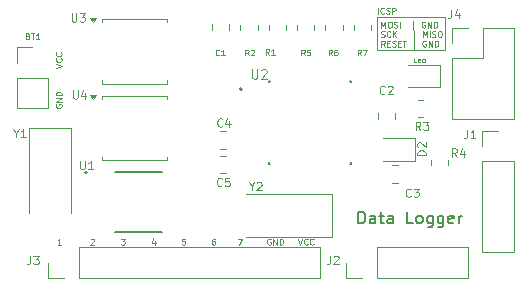
<source format=gto>
%TF.GenerationSoftware,KiCad,Pcbnew,8.0.5*%
%TF.CreationDate,2024-12-04T08:56:06+06:00*%
%TF.ProjectId,MCU Datalogger,4d435520-4461-4746-916c-6f676765722e,rev?*%
%TF.SameCoordinates,Original*%
%TF.FileFunction,Legend,Top*%
%TF.FilePolarity,Positive*%
%FSLAX46Y46*%
G04 Gerber Fmt 4.6, Leading zero omitted, Abs format (unit mm)*
G04 Created by KiCad (PCBNEW 8.0.5) date 2024-12-04 08:56:06*
%MOMM*%
%LPD*%
G01*
G04 APERTURE LIST*
%ADD10C,0.100000*%
%ADD11C,0.200000*%
%ADD12C,0.075000*%
%ADD13C,0.120000*%
%ADD14C,0.127000*%
G04 APERTURE END LIST*
D10*
X121666000Y-61620400D02*
X127406400Y-61620400D01*
X127406400Y-64414400D01*
X121666000Y-64414400D01*
X121666000Y-61620400D01*
D11*
X120105273Y-79064419D02*
X120105273Y-78064419D01*
X120105273Y-78064419D02*
X120343368Y-78064419D01*
X120343368Y-78064419D02*
X120486225Y-78112038D01*
X120486225Y-78112038D02*
X120581463Y-78207276D01*
X120581463Y-78207276D02*
X120629082Y-78302514D01*
X120629082Y-78302514D02*
X120676701Y-78492990D01*
X120676701Y-78492990D02*
X120676701Y-78635847D01*
X120676701Y-78635847D02*
X120629082Y-78826323D01*
X120629082Y-78826323D02*
X120581463Y-78921561D01*
X120581463Y-78921561D02*
X120486225Y-79016800D01*
X120486225Y-79016800D02*
X120343368Y-79064419D01*
X120343368Y-79064419D02*
X120105273Y-79064419D01*
X121533844Y-79064419D02*
X121533844Y-78540609D01*
X121533844Y-78540609D02*
X121486225Y-78445371D01*
X121486225Y-78445371D02*
X121390987Y-78397752D01*
X121390987Y-78397752D02*
X121200511Y-78397752D01*
X121200511Y-78397752D02*
X121105273Y-78445371D01*
X121533844Y-79016800D02*
X121438606Y-79064419D01*
X121438606Y-79064419D02*
X121200511Y-79064419D01*
X121200511Y-79064419D02*
X121105273Y-79016800D01*
X121105273Y-79016800D02*
X121057654Y-78921561D01*
X121057654Y-78921561D02*
X121057654Y-78826323D01*
X121057654Y-78826323D02*
X121105273Y-78731085D01*
X121105273Y-78731085D02*
X121200511Y-78683466D01*
X121200511Y-78683466D02*
X121438606Y-78683466D01*
X121438606Y-78683466D02*
X121533844Y-78635847D01*
X121867178Y-78397752D02*
X122248130Y-78397752D01*
X122010035Y-78064419D02*
X122010035Y-78921561D01*
X122010035Y-78921561D02*
X122057654Y-79016800D01*
X122057654Y-79016800D02*
X122152892Y-79064419D01*
X122152892Y-79064419D02*
X122248130Y-79064419D01*
X123010035Y-79064419D02*
X123010035Y-78540609D01*
X123010035Y-78540609D02*
X122962416Y-78445371D01*
X122962416Y-78445371D02*
X122867178Y-78397752D01*
X122867178Y-78397752D02*
X122676702Y-78397752D01*
X122676702Y-78397752D02*
X122581464Y-78445371D01*
X123010035Y-79016800D02*
X122914797Y-79064419D01*
X122914797Y-79064419D02*
X122676702Y-79064419D01*
X122676702Y-79064419D02*
X122581464Y-79016800D01*
X122581464Y-79016800D02*
X122533845Y-78921561D01*
X122533845Y-78921561D02*
X122533845Y-78826323D01*
X122533845Y-78826323D02*
X122581464Y-78731085D01*
X122581464Y-78731085D02*
X122676702Y-78683466D01*
X122676702Y-78683466D02*
X122914797Y-78683466D01*
X122914797Y-78683466D02*
X123010035Y-78635847D01*
X124724321Y-79064419D02*
X124248131Y-79064419D01*
X124248131Y-79064419D02*
X124248131Y-78064419D01*
X125200512Y-79064419D02*
X125105274Y-79016800D01*
X125105274Y-79016800D02*
X125057655Y-78969180D01*
X125057655Y-78969180D02*
X125010036Y-78873942D01*
X125010036Y-78873942D02*
X125010036Y-78588228D01*
X125010036Y-78588228D02*
X125057655Y-78492990D01*
X125057655Y-78492990D02*
X125105274Y-78445371D01*
X125105274Y-78445371D02*
X125200512Y-78397752D01*
X125200512Y-78397752D02*
X125343369Y-78397752D01*
X125343369Y-78397752D02*
X125438607Y-78445371D01*
X125438607Y-78445371D02*
X125486226Y-78492990D01*
X125486226Y-78492990D02*
X125533845Y-78588228D01*
X125533845Y-78588228D02*
X125533845Y-78873942D01*
X125533845Y-78873942D02*
X125486226Y-78969180D01*
X125486226Y-78969180D02*
X125438607Y-79016800D01*
X125438607Y-79016800D02*
X125343369Y-79064419D01*
X125343369Y-79064419D02*
X125200512Y-79064419D01*
X126390988Y-78397752D02*
X126390988Y-79207276D01*
X126390988Y-79207276D02*
X126343369Y-79302514D01*
X126343369Y-79302514D02*
X126295750Y-79350133D01*
X126295750Y-79350133D02*
X126200512Y-79397752D01*
X126200512Y-79397752D02*
X126057655Y-79397752D01*
X126057655Y-79397752D02*
X125962417Y-79350133D01*
X126390988Y-79016800D02*
X126295750Y-79064419D01*
X126295750Y-79064419D02*
X126105274Y-79064419D01*
X126105274Y-79064419D02*
X126010036Y-79016800D01*
X126010036Y-79016800D02*
X125962417Y-78969180D01*
X125962417Y-78969180D02*
X125914798Y-78873942D01*
X125914798Y-78873942D02*
X125914798Y-78588228D01*
X125914798Y-78588228D02*
X125962417Y-78492990D01*
X125962417Y-78492990D02*
X126010036Y-78445371D01*
X126010036Y-78445371D02*
X126105274Y-78397752D01*
X126105274Y-78397752D02*
X126295750Y-78397752D01*
X126295750Y-78397752D02*
X126390988Y-78445371D01*
X127295750Y-78397752D02*
X127295750Y-79207276D01*
X127295750Y-79207276D02*
X127248131Y-79302514D01*
X127248131Y-79302514D02*
X127200512Y-79350133D01*
X127200512Y-79350133D02*
X127105274Y-79397752D01*
X127105274Y-79397752D02*
X126962417Y-79397752D01*
X126962417Y-79397752D02*
X126867179Y-79350133D01*
X127295750Y-79016800D02*
X127200512Y-79064419D01*
X127200512Y-79064419D02*
X127010036Y-79064419D01*
X127010036Y-79064419D02*
X126914798Y-79016800D01*
X126914798Y-79016800D02*
X126867179Y-78969180D01*
X126867179Y-78969180D02*
X126819560Y-78873942D01*
X126819560Y-78873942D02*
X126819560Y-78588228D01*
X126819560Y-78588228D02*
X126867179Y-78492990D01*
X126867179Y-78492990D02*
X126914798Y-78445371D01*
X126914798Y-78445371D02*
X127010036Y-78397752D01*
X127010036Y-78397752D02*
X127200512Y-78397752D01*
X127200512Y-78397752D02*
X127295750Y-78445371D01*
X128152893Y-79016800D02*
X128057655Y-79064419D01*
X128057655Y-79064419D02*
X127867179Y-79064419D01*
X127867179Y-79064419D02*
X127771941Y-79016800D01*
X127771941Y-79016800D02*
X127724322Y-78921561D01*
X127724322Y-78921561D02*
X127724322Y-78540609D01*
X127724322Y-78540609D02*
X127771941Y-78445371D01*
X127771941Y-78445371D02*
X127867179Y-78397752D01*
X127867179Y-78397752D02*
X128057655Y-78397752D01*
X128057655Y-78397752D02*
X128152893Y-78445371D01*
X128152893Y-78445371D02*
X128200512Y-78540609D01*
X128200512Y-78540609D02*
X128200512Y-78635847D01*
X128200512Y-78635847D02*
X127724322Y-78731085D01*
X128629084Y-79064419D02*
X128629084Y-78397752D01*
X128629084Y-78588228D02*
X128676703Y-78492990D01*
X128676703Y-78492990D02*
X128724322Y-78445371D01*
X128724322Y-78445371D02*
X128819560Y-78397752D01*
X128819560Y-78397752D02*
X128914798Y-78397752D01*
D10*
X109916017Y-80358009D02*
X110249350Y-80358009D01*
X110249350Y-80358009D02*
X110035065Y-80858009D01*
X107942722Y-80358009D02*
X107847484Y-80358009D01*
X107847484Y-80358009D02*
X107799865Y-80381819D01*
X107799865Y-80381819D02*
X107776055Y-80405628D01*
X107776055Y-80405628D02*
X107728436Y-80477057D01*
X107728436Y-80477057D02*
X107704627Y-80572295D01*
X107704627Y-80572295D02*
X107704627Y-80762771D01*
X107704627Y-80762771D02*
X107728436Y-80810390D01*
X107728436Y-80810390D02*
X107752246Y-80834200D01*
X107752246Y-80834200D02*
X107799865Y-80858009D01*
X107799865Y-80858009D02*
X107895103Y-80858009D01*
X107895103Y-80858009D02*
X107942722Y-80834200D01*
X107942722Y-80834200D02*
X107966531Y-80810390D01*
X107966531Y-80810390D02*
X107990341Y-80762771D01*
X107990341Y-80762771D02*
X107990341Y-80643723D01*
X107990341Y-80643723D02*
X107966531Y-80596104D01*
X107966531Y-80596104D02*
X107942722Y-80572295D01*
X107942722Y-80572295D02*
X107895103Y-80548485D01*
X107895103Y-80548485D02*
X107799865Y-80548485D01*
X107799865Y-80548485D02*
X107752246Y-80572295D01*
X107752246Y-80572295D02*
X107728436Y-80596104D01*
X107728436Y-80596104D02*
X107704627Y-80643723D01*
X97443027Y-80405628D02*
X97466836Y-80381819D01*
X97466836Y-80381819D02*
X97514455Y-80358009D01*
X97514455Y-80358009D02*
X97633503Y-80358009D01*
X97633503Y-80358009D02*
X97681122Y-80381819D01*
X97681122Y-80381819D02*
X97704931Y-80405628D01*
X97704931Y-80405628D02*
X97728741Y-80453247D01*
X97728741Y-80453247D02*
X97728741Y-80500866D01*
X97728741Y-80500866D02*
X97704931Y-80572295D01*
X97704931Y-80572295D02*
X97419217Y-80858009D01*
X97419217Y-80858009D02*
X97728741Y-80858009D01*
X121749236Y-61300009D02*
X121749236Y-60800009D01*
X122273045Y-61252390D02*
X122249236Y-61276200D01*
X122249236Y-61276200D02*
X122177807Y-61300009D01*
X122177807Y-61300009D02*
X122130188Y-61300009D01*
X122130188Y-61300009D02*
X122058760Y-61276200D01*
X122058760Y-61276200D02*
X122011141Y-61228580D01*
X122011141Y-61228580D02*
X121987331Y-61180961D01*
X121987331Y-61180961D02*
X121963522Y-61085723D01*
X121963522Y-61085723D02*
X121963522Y-61014295D01*
X121963522Y-61014295D02*
X121987331Y-60919057D01*
X121987331Y-60919057D02*
X122011141Y-60871438D01*
X122011141Y-60871438D02*
X122058760Y-60823819D01*
X122058760Y-60823819D02*
X122130188Y-60800009D01*
X122130188Y-60800009D02*
X122177807Y-60800009D01*
X122177807Y-60800009D02*
X122249236Y-60823819D01*
X122249236Y-60823819D02*
X122273045Y-60847628D01*
X122463522Y-61276200D02*
X122534950Y-61300009D01*
X122534950Y-61300009D02*
X122653998Y-61300009D01*
X122653998Y-61300009D02*
X122701617Y-61276200D01*
X122701617Y-61276200D02*
X122725426Y-61252390D01*
X122725426Y-61252390D02*
X122749236Y-61204771D01*
X122749236Y-61204771D02*
X122749236Y-61157152D01*
X122749236Y-61157152D02*
X122725426Y-61109533D01*
X122725426Y-61109533D02*
X122701617Y-61085723D01*
X122701617Y-61085723D02*
X122653998Y-61061914D01*
X122653998Y-61061914D02*
X122558760Y-61038104D01*
X122558760Y-61038104D02*
X122511141Y-61014295D01*
X122511141Y-61014295D02*
X122487331Y-60990485D01*
X122487331Y-60990485D02*
X122463522Y-60942866D01*
X122463522Y-60942866D02*
X122463522Y-60895247D01*
X122463522Y-60895247D02*
X122487331Y-60847628D01*
X122487331Y-60847628D02*
X122511141Y-60823819D01*
X122511141Y-60823819D02*
X122558760Y-60800009D01*
X122558760Y-60800009D02*
X122677807Y-60800009D01*
X122677807Y-60800009D02*
X122749236Y-60823819D01*
X122963521Y-61300009D02*
X122963521Y-60800009D01*
X122963521Y-60800009D02*
X123153997Y-60800009D01*
X123153997Y-60800009D02*
X123201616Y-60823819D01*
X123201616Y-60823819D02*
X123225426Y-60847628D01*
X123225426Y-60847628D02*
X123249235Y-60895247D01*
X123249235Y-60895247D02*
X123249235Y-60966676D01*
X123249235Y-60966676D02*
X123225426Y-61014295D01*
X123225426Y-61014295D02*
X123201616Y-61038104D01*
X123201616Y-61038104D02*
X123153997Y-61061914D01*
X123153997Y-61061914D02*
X122963521Y-61061914D01*
X94480409Y-65875791D02*
X94980409Y-65709125D01*
X94980409Y-65709125D02*
X94480409Y-65542458D01*
X94932790Y-65090078D02*
X94956600Y-65113887D01*
X94956600Y-65113887D02*
X94980409Y-65185316D01*
X94980409Y-65185316D02*
X94980409Y-65232935D01*
X94980409Y-65232935D02*
X94956600Y-65304363D01*
X94956600Y-65304363D02*
X94908980Y-65351982D01*
X94908980Y-65351982D02*
X94861361Y-65375792D01*
X94861361Y-65375792D02*
X94766123Y-65399601D01*
X94766123Y-65399601D02*
X94694695Y-65399601D01*
X94694695Y-65399601D02*
X94599457Y-65375792D01*
X94599457Y-65375792D02*
X94551838Y-65351982D01*
X94551838Y-65351982D02*
X94504219Y-65304363D01*
X94504219Y-65304363D02*
X94480409Y-65232935D01*
X94480409Y-65232935D02*
X94480409Y-65185316D01*
X94480409Y-65185316D02*
X94504219Y-65113887D01*
X94504219Y-65113887D02*
X94528028Y-65090078D01*
X94932790Y-64590078D02*
X94956600Y-64613887D01*
X94956600Y-64613887D02*
X94980409Y-64685316D01*
X94980409Y-64685316D02*
X94980409Y-64732935D01*
X94980409Y-64732935D02*
X94956600Y-64804363D01*
X94956600Y-64804363D02*
X94908980Y-64851982D01*
X94908980Y-64851982D02*
X94861361Y-64875792D01*
X94861361Y-64875792D02*
X94766123Y-64899601D01*
X94766123Y-64899601D02*
X94694695Y-64899601D01*
X94694695Y-64899601D02*
X94599457Y-64875792D01*
X94599457Y-64875792D02*
X94551838Y-64851982D01*
X94551838Y-64851982D02*
X94504219Y-64804363D01*
X94504219Y-64804363D02*
X94480409Y-64732935D01*
X94480409Y-64732935D02*
X94480409Y-64685316D01*
X94480409Y-64685316D02*
X94504219Y-64613887D01*
X94504219Y-64613887D02*
X94528028Y-64590078D01*
X94504219Y-68996858D02*
X94480409Y-69044477D01*
X94480409Y-69044477D02*
X94480409Y-69115906D01*
X94480409Y-69115906D02*
X94504219Y-69187334D01*
X94504219Y-69187334D02*
X94551838Y-69234953D01*
X94551838Y-69234953D02*
X94599457Y-69258763D01*
X94599457Y-69258763D02*
X94694695Y-69282572D01*
X94694695Y-69282572D02*
X94766123Y-69282572D01*
X94766123Y-69282572D02*
X94861361Y-69258763D01*
X94861361Y-69258763D02*
X94908980Y-69234953D01*
X94908980Y-69234953D02*
X94956600Y-69187334D01*
X94956600Y-69187334D02*
X94980409Y-69115906D01*
X94980409Y-69115906D02*
X94980409Y-69068287D01*
X94980409Y-69068287D02*
X94956600Y-68996858D01*
X94956600Y-68996858D02*
X94932790Y-68973049D01*
X94932790Y-68973049D02*
X94766123Y-68973049D01*
X94766123Y-68973049D02*
X94766123Y-69068287D01*
X94980409Y-68758763D02*
X94480409Y-68758763D01*
X94480409Y-68758763D02*
X94980409Y-68473049D01*
X94980409Y-68473049D02*
X94480409Y-68473049D01*
X94980409Y-68234953D02*
X94480409Y-68234953D01*
X94480409Y-68234953D02*
X94480409Y-68115905D01*
X94480409Y-68115905D02*
X94504219Y-68044477D01*
X94504219Y-68044477D02*
X94551838Y-67996858D01*
X94551838Y-67996858D02*
X94599457Y-67973048D01*
X94599457Y-67973048D02*
X94694695Y-67949239D01*
X94694695Y-67949239D02*
X94766123Y-67949239D01*
X94766123Y-67949239D02*
X94861361Y-67973048D01*
X94861361Y-67973048D02*
X94908980Y-67996858D01*
X94908980Y-67996858D02*
X94956600Y-68044477D01*
X94956600Y-68044477D02*
X94980409Y-68115905D01*
X94980409Y-68115905D02*
X94980409Y-68234953D01*
X102862722Y-80524676D02*
X102862722Y-80858009D01*
X102743674Y-80334200D02*
X102624627Y-80691342D01*
X102624627Y-80691342D02*
X102934150Y-80691342D01*
X115023008Y-80358009D02*
X115189674Y-80858009D01*
X115189674Y-80858009D02*
X115356341Y-80358009D01*
X115808721Y-80810390D02*
X115784912Y-80834200D01*
X115784912Y-80834200D02*
X115713483Y-80858009D01*
X115713483Y-80858009D02*
X115665864Y-80858009D01*
X115665864Y-80858009D02*
X115594436Y-80834200D01*
X115594436Y-80834200D02*
X115546817Y-80786580D01*
X115546817Y-80786580D02*
X115523007Y-80738961D01*
X115523007Y-80738961D02*
X115499198Y-80643723D01*
X115499198Y-80643723D02*
X115499198Y-80572295D01*
X115499198Y-80572295D02*
X115523007Y-80477057D01*
X115523007Y-80477057D02*
X115546817Y-80429438D01*
X115546817Y-80429438D02*
X115594436Y-80381819D01*
X115594436Y-80381819D02*
X115665864Y-80358009D01*
X115665864Y-80358009D02*
X115713483Y-80358009D01*
X115713483Y-80358009D02*
X115784912Y-80381819D01*
X115784912Y-80381819D02*
X115808721Y-80405628D01*
X116308721Y-80810390D02*
X116284912Y-80834200D01*
X116284912Y-80834200D02*
X116213483Y-80858009D01*
X116213483Y-80858009D02*
X116165864Y-80858009D01*
X116165864Y-80858009D02*
X116094436Y-80834200D01*
X116094436Y-80834200D02*
X116046817Y-80786580D01*
X116046817Y-80786580D02*
X116023007Y-80738961D01*
X116023007Y-80738961D02*
X115999198Y-80643723D01*
X115999198Y-80643723D02*
X115999198Y-80572295D01*
X115999198Y-80572295D02*
X116023007Y-80477057D01*
X116023007Y-80477057D02*
X116046817Y-80429438D01*
X116046817Y-80429438D02*
X116094436Y-80381819D01*
X116094436Y-80381819D02*
X116165864Y-80358009D01*
X116165864Y-80358009D02*
X116213483Y-80358009D01*
X116213483Y-80358009D02*
X116284912Y-80381819D01*
X116284912Y-80381819D02*
X116308721Y-80405628D01*
X100010017Y-80358009D02*
X100319541Y-80358009D01*
X100319541Y-80358009D02*
X100152874Y-80548485D01*
X100152874Y-80548485D02*
X100224303Y-80548485D01*
X100224303Y-80548485D02*
X100271922Y-80572295D01*
X100271922Y-80572295D02*
X100295731Y-80596104D01*
X100295731Y-80596104D02*
X100319541Y-80643723D01*
X100319541Y-80643723D02*
X100319541Y-80762771D01*
X100319541Y-80762771D02*
X100295731Y-80810390D01*
X100295731Y-80810390D02*
X100271922Y-80834200D01*
X100271922Y-80834200D02*
X100224303Y-80858009D01*
X100224303Y-80858009D02*
X100081446Y-80858009D01*
X100081446Y-80858009D02*
X100033827Y-80834200D01*
X100033827Y-80834200D02*
X100010017Y-80810390D01*
X112663941Y-80381819D02*
X112616322Y-80358009D01*
X112616322Y-80358009D02*
X112544893Y-80358009D01*
X112544893Y-80358009D02*
X112473465Y-80381819D01*
X112473465Y-80381819D02*
X112425846Y-80429438D01*
X112425846Y-80429438D02*
X112402036Y-80477057D01*
X112402036Y-80477057D02*
X112378227Y-80572295D01*
X112378227Y-80572295D02*
X112378227Y-80643723D01*
X112378227Y-80643723D02*
X112402036Y-80738961D01*
X112402036Y-80738961D02*
X112425846Y-80786580D01*
X112425846Y-80786580D02*
X112473465Y-80834200D01*
X112473465Y-80834200D02*
X112544893Y-80858009D01*
X112544893Y-80858009D02*
X112592512Y-80858009D01*
X112592512Y-80858009D02*
X112663941Y-80834200D01*
X112663941Y-80834200D02*
X112687750Y-80810390D01*
X112687750Y-80810390D02*
X112687750Y-80643723D01*
X112687750Y-80643723D02*
X112592512Y-80643723D01*
X112902036Y-80858009D02*
X112902036Y-80358009D01*
X112902036Y-80358009D02*
X113187750Y-80858009D01*
X113187750Y-80858009D02*
X113187750Y-80358009D01*
X113425846Y-80858009D02*
X113425846Y-80358009D01*
X113425846Y-80358009D02*
X113544894Y-80358009D01*
X113544894Y-80358009D02*
X113616322Y-80381819D01*
X113616322Y-80381819D02*
X113663941Y-80429438D01*
X113663941Y-80429438D02*
X113687751Y-80477057D01*
X113687751Y-80477057D02*
X113711560Y-80572295D01*
X113711560Y-80572295D02*
X113711560Y-80643723D01*
X113711560Y-80643723D02*
X113687751Y-80738961D01*
X113687751Y-80738961D02*
X113663941Y-80786580D01*
X113663941Y-80786580D02*
X113616322Y-80834200D01*
X113616322Y-80834200D02*
X113544894Y-80858009D01*
X113544894Y-80858009D02*
X113425846Y-80858009D01*
X105426531Y-80358009D02*
X105188436Y-80358009D01*
X105188436Y-80358009D02*
X105164627Y-80596104D01*
X105164627Y-80596104D02*
X105188436Y-80572295D01*
X105188436Y-80572295D02*
X105236055Y-80548485D01*
X105236055Y-80548485D02*
X105355103Y-80548485D01*
X105355103Y-80548485D02*
X105402722Y-80572295D01*
X105402722Y-80572295D02*
X105426531Y-80596104D01*
X105426531Y-80596104D02*
X105450341Y-80643723D01*
X105450341Y-80643723D02*
X105450341Y-80762771D01*
X105450341Y-80762771D02*
X105426531Y-80810390D01*
X105426531Y-80810390D02*
X105402722Y-80834200D01*
X105402722Y-80834200D02*
X105355103Y-80858009D01*
X105355103Y-80858009D02*
X105236055Y-80858009D01*
X105236055Y-80858009D02*
X105188436Y-80834200D01*
X105188436Y-80834200D02*
X105164627Y-80810390D01*
X122054036Y-62484065D02*
X122054036Y-61984065D01*
X122054036Y-61984065D02*
X122220703Y-62341208D01*
X122220703Y-62341208D02*
X122387369Y-61984065D01*
X122387369Y-61984065D02*
X122387369Y-62484065D01*
X122720703Y-61984065D02*
X122815941Y-61984065D01*
X122815941Y-61984065D02*
X122863560Y-62007875D01*
X122863560Y-62007875D02*
X122911179Y-62055494D01*
X122911179Y-62055494D02*
X122934989Y-62150732D01*
X122934989Y-62150732D02*
X122934989Y-62317398D01*
X122934989Y-62317398D02*
X122911179Y-62412636D01*
X122911179Y-62412636D02*
X122863560Y-62460256D01*
X122863560Y-62460256D02*
X122815941Y-62484065D01*
X122815941Y-62484065D02*
X122720703Y-62484065D01*
X122720703Y-62484065D02*
X122673084Y-62460256D01*
X122673084Y-62460256D02*
X122625465Y-62412636D01*
X122625465Y-62412636D02*
X122601656Y-62317398D01*
X122601656Y-62317398D02*
X122601656Y-62150732D01*
X122601656Y-62150732D02*
X122625465Y-62055494D01*
X122625465Y-62055494D02*
X122673084Y-62007875D01*
X122673084Y-62007875D02*
X122720703Y-61984065D01*
X123125466Y-62460256D02*
X123196894Y-62484065D01*
X123196894Y-62484065D02*
X123315942Y-62484065D01*
X123315942Y-62484065D02*
X123363561Y-62460256D01*
X123363561Y-62460256D02*
X123387370Y-62436446D01*
X123387370Y-62436446D02*
X123411180Y-62388827D01*
X123411180Y-62388827D02*
X123411180Y-62341208D01*
X123411180Y-62341208D02*
X123387370Y-62293589D01*
X123387370Y-62293589D02*
X123363561Y-62269779D01*
X123363561Y-62269779D02*
X123315942Y-62245970D01*
X123315942Y-62245970D02*
X123220704Y-62222160D01*
X123220704Y-62222160D02*
X123173085Y-62198351D01*
X123173085Y-62198351D02*
X123149275Y-62174541D01*
X123149275Y-62174541D02*
X123125466Y-62126922D01*
X123125466Y-62126922D02*
X123125466Y-62079303D01*
X123125466Y-62079303D02*
X123149275Y-62031684D01*
X123149275Y-62031684D02*
X123173085Y-62007875D01*
X123173085Y-62007875D02*
X123220704Y-61984065D01*
X123220704Y-61984065D02*
X123339751Y-61984065D01*
X123339751Y-61984065D02*
X123411180Y-62007875D01*
X123625465Y-62484065D02*
X123625465Y-61984065D01*
X124744512Y-62650732D02*
X124744512Y-61936446D01*
X125744511Y-62007875D02*
X125696892Y-61984065D01*
X125696892Y-61984065D02*
X125625463Y-61984065D01*
X125625463Y-61984065D02*
X125554035Y-62007875D01*
X125554035Y-62007875D02*
X125506416Y-62055494D01*
X125506416Y-62055494D02*
X125482606Y-62103113D01*
X125482606Y-62103113D02*
X125458797Y-62198351D01*
X125458797Y-62198351D02*
X125458797Y-62269779D01*
X125458797Y-62269779D02*
X125482606Y-62365017D01*
X125482606Y-62365017D02*
X125506416Y-62412636D01*
X125506416Y-62412636D02*
X125554035Y-62460256D01*
X125554035Y-62460256D02*
X125625463Y-62484065D01*
X125625463Y-62484065D02*
X125673082Y-62484065D01*
X125673082Y-62484065D02*
X125744511Y-62460256D01*
X125744511Y-62460256D02*
X125768320Y-62436446D01*
X125768320Y-62436446D02*
X125768320Y-62269779D01*
X125768320Y-62269779D02*
X125673082Y-62269779D01*
X125982606Y-62484065D02*
X125982606Y-61984065D01*
X125982606Y-61984065D02*
X126268320Y-62484065D01*
X126268320Y-62484065D02*
X126268320Y-61984065D01*
X126506416Y-62484065D02*
X126506416Y-61984065D01*
X126506416Y-61984065D02*
X126625464Y-61984065D01*
X126625464Y-61984065D02*
X126696892Y-62007875D01*
X126696892Y-62007875D02*
X126744511Y-62055494D01*
X126744511Y-62055494D02*
X126768321Y-62103113D01*
X126768321Y-62103113D02*
X126792130Y-62198351D01*
X126792130Y-62198351D02*
X126792130Y-62269779D01*
X126792130Y-62269779D02*
X126768321Y-62365017D01*
X126768321Y-62365017D02*
X126744511Y-62412636D01*
X126744511Y-62412636D02*
X126696892Y-62460256D01*
X126696892Y-62460256D02*
X126625464Y-62484065D01*
X126625464Y-62484065D02*
X126506416Y-62484065D01*
X122030227Y-63265228D02*
X122101655Y-63289037D01*
X122101655Y-63289037D02*
X122220703Y-63289037D01*
X122220703Y-63289037D02*
X122268322Y-63265228D01*
X122268322Y-63265228D02*
X122292131Y-63241418D01*
X122292131Y-63241418D02*
X122315941Y-63193799D01*
X122315941Y-63193799D02*
X122315941Y-63146180D01*
X122315941Y-63146180D02*
X122292131Y-63098561D01*
X122292131Y-63098561D02*
X122268322Y-63074751D01*
X122268322Y-63074751D02*
X122220703Y-63050942D01*
X122220703Y-63050942D02*
X122125465Y-63027132D01*
X122125465Y-63027132D02*
X122077846Y-63003323D01*
X122077846Y-63003323D02*
X122054036Y-62979513D01*
X122054036Y-62979513D02*
X122030227Y-62931894D01*
X122030227Y-62931894D02*
X122030227Y-62884275D01*
X122030227Y-62884275D02*
X122054036Y-62836656D01*
X122054036Y-62836656D02*
X122077846Y-62812847D01*
X122077846Y-62812847D02*
X122125465Y-62789037D01*
X122125465Y-62789037D02*
X122244512Y-62789037D01*
X122244512Y-62789037D02*
X122315941Y-62812847D01*
X122815940Y-63241418D02*
X122792131Y-63265228D01*
X122792131Y-63265228D02*
X122720702Y-63289037D01*
X122720702Y-63289037D02*
X122673083Y-63289037D01*
X122673083Y-63289037D02*
X122601655Y-63265228D01*
X122601655Y-63265228D02*
X122554036Y-63217608D01*
X122554036Y-63217608D02*
X122530226Y-63169989D01*
X122530226Y-63169989D02*
X122506417Y-63074751D01*
X122506417Y-63074751D02*
X122506417Y-63003323D01*
X122506417Y-63003323D02*
X122530226Y-62908085D01*
X122530226Y-62908085D02*
X122554036Y-62860466D01*
X122554036Y-62860466D02*
X122601655Y-62812847D01*
X122601655Y-62812847D02*
X122673083Y-62789037D01*
X122673083Y-62789037D02*
X122720702Y-62789037D01*
X122720702Y-62789037D02*
X122792131Y-62812847D01*
X122792131Y-62812847D02*
X122815940Y-62836656D01*
X123030226Y-63289037D02*
X123030226Y-62789037D01*
X123315940Y-63289037D02*
X123101655Y-63003323D01*
X123315940Y-62789037D02*
X123030226Y-63074751D01*
X124815940Y-63455704D02*
X124815940Y-62741418D01*
X125554034Y-63289037D02*
X125554034Y-62789037D01*
X125554034Y-62789037D02*
X125720701Y-63146180D01*
X125720701Y-63146180D02*
X125887367Y-62789037D01*
X125887367Y-62789037D02*
X125887367Y-63289037D01*
X126125463Y-63289037D02*
X126125463Y-62789037D01*
X126339749Y-63265228D02*
X126411177Y-63289037D01*
X126411177Y-63289037D02*
X126530225Y-63289037D01*
X126530225Y-63289037D02*
X126577844Y-63265228D01*
X126577844Y-63265228D02*
X126601653Y-63241418D01*
X126601653Y-63241418D02*
X126625463Y-63193799D01*
X126625463Y-63193799D02*
X126625463Y-63146180D01*
X126625463Y-63146180D02*
X126601653Y-63098561D01*
X126601653Y-63098561D02*
X126577844Y-63074751D01*
X126577844Y-63074751D02*
X126530225Y-63050942D01*
X126530225Y-63050942D02*
X126434987Y-63027132D01*
X126434987Y-63027132D02*
X126387368Y-63003323D01*
X126387368Y-63003323D02*
X126363558Y-62979513D01*
X126363558Y-62979513D02*
X126339749Y-62931894D01*
X126339749Y-62931894D02*
X126339749Y-62884275D01*
X126339749Y-62884275D02*
X126363558Y-62836656D01*
X126363558Y-62836656D02*
X126387368Y-62812847D01*
X126387368Y-62812847D02*
X126434987Y-62789037D01*
X126434987Y-62789037D02*
X126554034Y-62789037D01*
X126554034Y-62789037D02*
X126625463Y-62812847D01*
X126934986Y-62789037D02*
X127030224Y-62789037D01*
X127030224Y-62789037D02*
X127077843Y-62812847D01*
X127077843Y-62812847D02*
X127125462Y-62860466D01*
X127125462Y-62860466D02*
X127149272Y-62955704D01*
X127149272Y-62955704D02*
X127149272Y-63122370D01*
X127149272Y-63122370D02*
X127125462Y-63217608D01*
X127125462Y-63217608D02*
X127077843Y-63265228D01*
X127077843Y-63265228D02*
X127030224Y-63289037D01*
X127030224Y-63289037D02*
X126934986Y-63289037D01*
X126934986Y-63289037D02*
X126887367Y-63265228D01*
X126887367Y-63265228D02*
X126839748Y-63217608D01*
X126839748Y-63217608D02*
X126815939Y-63122370D01*
X126815939Y-63122370D02*
X126815939Y-62955704D01*
X126815939Y-62955704D02*
X126839748Y-62860466D01*
X126839748Y-62860466D02*
X126887367Y-62812847D01*
X126887367Y-62812847D02*
X126934986Y-62789037D01*
X122339750Y-64094009D02*
X122173084Y-63855914D01*
X122054036Y-64094009D02*
X122054036Y-63594009D01*
X122054036Y-63594009D02*
X122244512Y-63594009D01*
X122244512Y-63594009D02*
X122292131Y-63617819D01*
X122292131Y-63617819D02*
X122315941Y-63641628D01*
X122315941Y-63641628D02*
X122339750Y-63689247D01*
X122339750Y-63689247D02*
X122339750Y-63760676D01*
X122339750Y-63760676D02*
X122315941Y-63808295D01*
X122315941Y-63808295D02*
X122292131Y-63832104D01*
X122292131Y-63832104D02*
X122244512Y-63855914D01*
X122244512Y-63855914D02*
X122054036Y-63855914D01*
X122554036Y-63832104D02*
X122720703Y-63832104D01*
X122792131Y-64094009D02*
X122554036Y-64094009D01*
X122554036Y-64094009D02*
X122554036Y-63594009D01*
X122554036Y-63594009D02*
X122792131Y-63594009D01*
X122982608Y-64070200D02*
X123054036Y-64094009D01*
X123054036Y-64094009D02*
X123173084Y-64094009D01*
X123173084Y-64094009D02*
X123220703Y-64070200D01*
X123220703Y-64070200D02*
X123244512Y-64046390D01*
X123244512Y-64046390D02*
X123268322Y-63998771D01*
X123268322Y-63998771D02*
X123268322Y-63951152D01*
X123268322Y-63951152D02*
X123244512Y-63903533D01*
X123244512Y-63903533D02*
X123220703Y-63879723D01*
X123220703Y-63879723D02*
X123173084Y-63855914D01*
X123173084Y-63855914D02*
X123077846Y-63832104D01*
X123077846Y-63832104D02*
X123030227Y-63808295D01*
X123030227Y-63808295D02*
X123006417Y-63784485D01*
X123006417Y-63784485D02*
X122982608Y-63736866D01*
X122982608Y-63736866D02*
X122982608Y-63689247D01*
X122982608Y-63689247D02*
X123006417Y-63641628D01*
X123006417Y-63641628D02*
X123030227Y-63617819D01*
X123030227Y-63617819D02*
X123077846Y-63594009D01*
X123077846Y-63594009D02*
X123196893Y-63594009D01*
X123196893Y-63594009D02*
X123268322Y-63617819D01*
X123482607Y-63832104D02*
X123649274Y-63832104D01*
X123720702Y-64094009D02*
X123482607Y-64094009D01*
X123482607Y-64094009D02*
X123482607Y-63594009D01*
X123482607Y-63594009D02*
X123720702Y-63594009D01*
X123863560Y-63594009D02*
X124149274Y-63594009D01*
X124006417Y-64094009D02*
X124006417Y-63594009D01*
X124815940Y-64260676D02*
X124815940Y-63546390D01*
X125815939Y-63617819D02*
X125768320Y-63594009D01*
X125768320Y-63594009D02*
X125696891Y-63594009D01*
X125696891Y-63594009D02*
X125625463Y-63617819D01*
X125625463Y-63617819D02*
X125577844Y-63665438D01*
X125577844Y-63665438D02*
X125554034Y-63713057D01*
X125554034Y-63713057D02*
X125530225Y-63808295D01*
X125530225Y-63808295D02*
X125530225Y-63879723D01*
X125530225Y-63879723D02*
X125554034Y-63974961D01*
X125554034Y-63974961D02*
X125577844Y-64022580D01*
X125577844Y-64022580D02*
X125625463Y-64070200D01*
X125625463Y-64070200D02*
X125696891Y-64094009D01*
X125696891Y-64094009D02*
X125744510Y-64094009D01*
X125744510Y-64094009D02*
X125815939Y-64070200D01*
X125815939Y-64070200D02*
X125839748Y-64046390D01*
X125839748Y-64046390D02*
X125839748Y-63879723D01*
X125839748Y-63879723D02*
X125744510Y-63879723D01*
X126054034Y-64094009D02*
X126054034Y-63594009D01*
X126054034Y-63594009D02*
X126339748Y-64094009D01*
X126339748Y-64094009D02*
X126339748Y-63594009D01*
X126577844Y-64094009D02*
X126577844Y-63594009D01*
X126577844Y-63594009D02*
X126696892Y-63594009D01*
X126696892Y-63594009D02*
X126768320Y-63617819D01*
X126768320Y-63617819D02*
X126815939Y-63665438D01*
X126815939Y-63665438D02*
X126839749Y-63713057D01*
X126839749Y-63713057D02*
X126863558Y-63808295D01*
X126863558Y-63808295D02*
X126863558Y-63879723D01*
X126863558Y-63879723D02*
X126839749Y-63974961D01*
X126839749Y-63974961D02*
X126815939Y-64022580D01*
X126815939Y-64022580D02*
X126768320Y-64070200D01*
X126768320Y-64070200D02*
X126696892Y-64094009D01*
X126696892Y-64094009D02*
X126577844Y-64094009D01*
X94934741Y-80858009D02*
X94649027Y-80858009D01*
X94791884Y-80858009D02*
X94791884Y-80358009D01*
X94791884Y-80358009D02*
X94744265Y-80429438D01*
X94744265Y-80429438D02*
X94696646Y-80477057D01*
X94696646Y-80477057D02*
X94649027Y-80500866D01*
X95834266Y-61289833D02*
X95834266Y-61856500D01*
X95834266Y-61856500D02*
X95867600Y-61923166D01*
X95867600Y-61923166D02*
X95900933Y-61956500D01*
X95900933Y-61956500D02*
X95967600Y-61989833D01*
X95967600Y-61989833D02*
X96100933Y-61989833D01*
X96100933Y-61989833D02*
X96167600Y-61956500D01*
X96167600Y-61956500D02*
X96200933Y-61923166D01*
X96200933Y-61923166D02*
X96234266Y-61856500D01*
X96234266Y-61856500D02*
X96234266Y-61289833D01*
X96500933Y-61289833D02*
X96934266Y-61289833D01*
X96934266Y-61289833D02*
X96700933Y-61556500D01*
X96700933Y-61556500D02*
X96800933Y-61556500D01*
X96800933Y-61556500D02*
X96867599Y-61589833D01*
X96867599Y-61589833D02*
X96900933Y-61623166D01*
X96900933Y-61623166D02*
X96934266Y-61689833D01*
X96934266Y-61689833D02*
X96934266Y-61856500D01*
X96934266Y-61856500D02*
X96900933Y-61923166D01*
X96900933Y-61923166D02*
X96867599Y-61956500D01*
X96867599Y-61956500D02*
X96800933Y-61989833D01*
X96800933Y-61989833D02*
X96600933Y-61989833D01*
X96600933Y-61989833D02*
X96534266Y-61956500D01*
X96534266Y-61956500D02*
X96500933Y-61923166D01*
X117866666Y-64843709D02*
X117700000Y-64605614D01*
X117580952Y-64843709D02*
X117580952Y-64343709D01*
X117580952Y-64343709D02*
X117771428Y-64343709D01*
X117771428Y-64343709D02*
X117819047Y-64367519D01*
X117819047Y-64367519D02*
X117842857Y-64391328D01*
X117842857Y-64391328D02*
X117866666Y-64438947D01*
X117866666Y-64438947D02*
X117866666Y-64510376D01*
X117866666Y-64510376D02*
X117842857Y-64557995D01*
X117842857Y-64557995D02*
X117819047Y-64581804D01*
X117819047Y-64581804D02*
X117771428Y-64605614D01*
X117771428Y-64605614D02*
X117580952Y-64605614D01*
X118295238Y-64343709D02*
X118200000Y-64343709D01*
X118200000Y-64343709D02*
X118152381Y-64367519D01*
X118152381Y-64367519D02*
X118128571Y-64391328D01*
X118128571Y-64391328D02*
X118080952Y-64462757D01*
X118080952Y-64462757D02*
X118057143Y-64557995D01*
X118057143Y-64557995D02*
X118057143Y-64748471D01*
X118057143Y-64748471D02*
X118080952Y-64796090D01*
X118080952Y-64796090D02*
X118104762Y-64819900D01*
X118104762Y-64819900D02*
X118152381Y-64843709D01*
X118152381Y-64843709D02*
X118247619Y-64843709D01*
X118247619Y-64843709D02*
X118295238Y-64819900D01*
X118295238Y-64819900D02*
X118319047Y-64796090D01*
X118319047Y-64796090D02*
X118342857Y-64748471D01*
X118342857Y-64748471D02*
X118342857Y-64629423D01*
X118342857Y-64629423D02*
X118319047Y-64581804D01*
X118319047Y-64581804D02*
X118295238Y-64557995D01*
X118295238Y-64557995D02*
X118247619Y-64534185D01*
X118247619Y-64534185D02*
X118152381Y-64534185D01*
X118152381Y-64534185D02*
X118104762Y-64557995D01*
X118104762Y-64557995D02*
X118080952Y-64581804D01*
X118080952Y-64581804D02*
X118057143Y-64629423D01*
X111090476Y-66014895D02*
X111090476Y-66662514D01*
X111090476Y-66662514D02*
X111128571Y-66738704D01*
X111128571Y-66738704D02*
X111166666Y-66776800D01*
X111166666Y-66776800D02*
X111242857Y-66814895D01*
X111242857Y-66814895D02*
X111395238Y-66814895D01*
X111395238Y-66814895D02*
X111471428Y-66776800D01*
X111471428Y-66776800D02*
X111509523Y-66738704D01*
X111509523Y-66738704D02*
X111547619Y-66662514D01*
X111547619Y-66662514D02*
X111547619Y-66014895D01*
X111890475Y-66091085D02*
X111928571Y-66052990D01*
X111928571Y-66052990D02*
X112004761Y-66014895D01*
X112004761Y-66014895D02*
X112195237Y-66014895D01*
X112195237Y-66014895D02*
X112271428Y-66052990D01*
X112271428Y-66052990D02*
X112309523Y-66091085D01*
X112309523Y-66091085D02*
X112347618Y-66167276D01*
X112347618Y-66167276D02*
X112347618Y-66243466D01*
X112347618Y-66243466D02*
X112309523Y-66357752D01*
X112309523Y-66357752D02*
X111852380Y-66814895D01*
X111852380Y-66814895D02*
X112347618Y-66814895D01*
X110813066Y-64843709D02*
X110646400Y-64605614D01*
X110527352Y-64843709D02*
X110527352Y-64343709D01*
X110527352Y-64343709D02*
X110717828Y-64343709D01*
X110717828Y-64343709D02*
X110765447Y-64367519D01*
X110765447Y-64367519D02*
X110789257Y-64391328D01*
X110789257Y-64391328D02*
X110813066Y-64438947D01*
X110813066Y-64438947D02*
X110813066Y-64510376D01*
X110813066Y-64510376D02*
X110789257Y-64557995D01*
X110789257Y-64557995D02*
X110765447Y-64581804D01*
X110765447Y-64581804D02*
X110717828Y-64605614D01*
X110717828Y-64605614D02*
X110527352Y-64605614D01*
X111003543Y-64391328D02*
X111027352Y-64367519D01*
X111027352Y-64367519D02*
X111074971Y-64343709D01*
X111074971Y-64343709D02*
X111194019Y-64343709D01*
X111194019Y-64343709D02*
X111241638Y-64367519D01*
X111241638Y-64367519D02*
X111265447Y-64391328D01*
X111265447Y-64391328D02*
X111289257Y-64438947D01*
X111289257Y-64438947D02*
X111289257Y-64486566D01*
X111289257Y-64486566D02*
X111265447Y-64557995D01*
X111265447Y-64557995D02*
X110979733Y-64843709D01*
X110979733Y-64843709D02*
X111289257Y-64843709D01*
X92113943Y-63210204D02*
X92185371Y-63234014D01*
X92185371Y-63234014D02*
X92209181Y-63257823D01*
X92209181Y-63257823D02*
X92232990Y-63305442D01*
X92232990Y-63305442D02*
X92232990Y-63376871D01*
X92232990Y-63376871D02*
X92209181Y-63424490D01*
X92209181Y-63424490D02*
X92185371Y-63448300D01*
X92185371Y-63448300D02*
X92137752Y-63472109D01*
X92137752Y-63472109D02*
X91947276Y-63472109D01*
X91947276Y-63472109D02*
X91947276Y-62972109D01*
X91947276Y-62972109D02*
X92113943Y-62972109D01*
X92113943Y-62972109D02*
X92161562Y-62995919D01*
X92161562Y-62995919D02*
X92185371Y-63019728D01*
X92185371Y-63019728D02*
X92209181Y-63067347D01*
X92209181Y-63067347D02*
X92209181Y-63114966D01*
X92209181Y-63114966D02*
X92185371Y-63162585D01*
X92185371Y-63162585D02*
X92161562Y-63186395D01*
X92161562Y-63186395D02*
X92113943Y-63210204D01*
X92113943Y-63210204D02*
X91947276Y-63210204D01*
X92375848Y-62972109D02*
X92661562Y-62972109D01*
X92518705Y-63472109D02*
X92518705Y-62972109D01*
X93090133Y-63472109D02*
X92804419Y-63472109D01*
X92947276Y-63472109D02*
X92947276Y-62972109D01*
X92947276Y-62972109D02*
X92899657Y-63043538D01*
X92899657Y-63043538D02*
X92852038Y-63091157D01*
X92852038Y-63091157D02*
X92804419Y-63114966D01*
X112540266Y-64792909D02*
X112373600Y-64554814D01*
X112254552Y-64792909D02*
X112254552Y-64292909D01*
X112254552Y-64292909D02*
X112445028Y-64292909D01*
X112445028Y-64292909D02*
X112492647Y-64316719D01*
X112492647Y-64316719D02*
X112516457Y-64340528D01*
X112516457Y-64340528D02*
X112540266Y-64388147D01*
X112540266Y-64388147D02*
X112540266Y-64459576D01*
X112540266Y-64459576D02*
X112516457Y-64507195D01*
X112516457Y-64507195D02*
X112492647Y-64531004D01*
X112492647Y-64531004D02*
X112445028Y-64554814D01*
X112445028Y-64554814D02*
X112254552Y-64554814D01*
X113016457Y-64792909D02*
X112730743Y-64792909D01*
X112873600Y-64792909D02*
X112873600Y-64292909D01*
X112873600Y-64292909D02*
X112825981Y-64364338D01*
X112825981Y-64364338D02*
X112778362Y-64411957D01*
X112778362Y-64411957D02*
X112730743Y-64435766D01*
X96545466Y-73786633D02*
X96545466Y-74353300D01*
X96545466Y-74353300D02*
X96578800Y-74419966D01*
X96578800Y-74419966D02*
X96612133Y-74453300D01*
X96612133Y-74453300D02*
X96678800Y-74486633D01*
X96678800Y-74486633D02*
X96812133Y-74486633D01*
X96812133Y-74486633D02*
X96878800Y-74453300D01*
X96878800Y-74453300D02*
X96912133Y-74419966D01*
X96912133Y-74419966D02*
X96945466Y-74353300D01*
X96945466Y-74353300D02*
X96945466Y-73786633D01*
X97645466Y-74486633D02*
X97245466Y-74486633D01*
X97445466Y-74486633D02*
X97445466Y-73786633D01*
X97445466Y-73786633D02*
X97378799Y-73886633D01*
X97378799Y-73886633D02*
X97312133Y-73953300D01*
X97312133Y-73953300D02*
X97245466Y-73986633D01*
X115566666Y-64843709D02*
X115400000Y-64605614D01*
X115280952Y-64843709D02*
X115280952Y-64343709D01*
X115280952Y-64343709D02*
X115471428Y-64343709D01*
X115471428Y-64343709D02*
X115519047Y-64367519D01*
X115519047Y-64367519D02*
X115542857Y-64391328D01*
X115542857Y-64391328D02*
X115566666Y-64438947D01*
X115566666Y-64438947D02*
X115566666Y-64510376D01*
X115566666Y-64510376D02*
X115542857Y-64557995D01*
X115542857Y-64557995D02*
X115519047Y-64581804D01*
X115519047Y-64581804D02*
X115471428Y-64605614D01*
X115471428Y-64605614D02*
X115280952Y-64605614D01*
X116019047Y-64343709D02*
X115780952Y-64343709D01*
X115780952Y-64343709D02*
X115757143Y-64581804D01*
X115757143Y-64581804D02*
X115780952Y-64557995D01*
X115780952Y-64557995D02*
X115828571Y-64534185D01*
X115828571Y-64534185D02*
X115947619Y-64534185D01*
X115947619Y-64534185D02*
X115995238Y-64557995D01*
X115995238Y-64557995D02*
X116019047Y-64581804D01*
X116019047Y-64581804D02*
X116042857Y-64629423D01*
X116042857Y-64629423D02*
X116042857Y-64748471D01*
X116042857Y-64748471D02*
X116019047Y-64796090D01*
X116019047Y-64796090D02*
X115995238Y-64819900D01*
X115995238Y-64819900D02*
X115947619Y-64843709D01*
X115947619Y-64843709D02*
X115828571Y-64843709D01*
X115828571Y-64843709D02*
X115780952Y-64819900D01*
X115780952Y-64819900D02*
X115757143Y-64796090D01*
X108316666Y-64796090D02*
X108292857Y-64819900D01*
X108292857Y-64819900D02*
X108221428Y-64843709D01*
X108221428Y-64843709D02*
X108173809Y-64843709D01*
X108173809Y-64843709D02*
X108102381Y-64819900D01*
X108102381Y-64819900D02*
X108054762Y-64772280D01*
X108054762Y-64772280D02*
X108030952Y-64724661D01*
X108030952Y-64724661D02*
X108007143Y-64629423D01*
X108007143Y-64629423D02*
X108007143Y-64557995D01*
X108007143Y-64557995D02*
X108030952Y-64462757D01*
X108030952Y-64462757D02*
X108054762Y-64415138D01*
X108054762Y-64415138D02*
X108102381Y-64367519D01*
X108102381Y-64367519D02*
X108173809Y-64343709D01*
X108173809Y-64343709D02*
X108221428Y-64343709D01*
X108221428Y-64343709D02*
X108292857Y-64367519D01*
X108292857Y-64367519D02*
X108316666Y-64391328D01*
X108792857Y-64843709D02*
X108507143Y-64843709D01*
X108650000Y-64843709D02*
X108650000Y-64343709D01*
X108650000Y-64343709D02*
X108602381Y-64415138D01*
X108602381Y-64415138D02*
X108554762Y-64462757D01*
X108554762Y-64462757D02*
X108507143Y-64486566D01*
X92324266Y-81813033D02*
X92324266Y-82313033D01*
X92324266Y-82313033D02*
X92290933Y-82413033D01*
X92290933Y-82413033D02*
X92224266Y-82479700D01*
X92224266Y-82479700D02*
X92124266Y-82513033D01*
X92124266Y-82513033D02*
X92057600Y-82513033D01*
X92590933Y-81813033D02*
X93024266Y-81813033D01*
X93024266Y-81813033D02*
X92790933Y-82079700D01*
X92790933Y-82079700D02*
X92890933Y-82079700D01*
X92890933Y-82079700D02*
X92957599Y-82113033D01*
X92957599Y-82113033D02*
X92990933Y-82146366D01*
X92990933Y-82146366D02*
X93024266Y-82213033D01*
X93024266Y-82213033D02*
X93024266Y-82379700D01*
X93024266Y-82379700D02*
X92990933Y-82446366D01*
X92990933Y-82446366D02*
X92957599Y-82479700D01*
X92957599Y-82479700D02*
X92890933Y-82513033D01*
X92890933Y-82513033D02*
X92690933Y-82513033D01*
X92690933Y-82513033D02*
X92624266Y-82479700D01*
X92624266Y-82479700D02*
X92590933Y-82446366D01*
X129316666Y-71145033D02*
X129316666Y-71645033D01*
X129316666Y-71645033D02*
X129283333Y-71745033D01*
X129283333Y-71745033D02*
X129216666Y-71811700D01*
X129216666Y-71811700D02*
X129116666Y-71845033D01*
X129116666Y-71845033D02*
X129050000Y-71845033D01*
X130016666Y-71845033D02*
X129616666Y-71845033D01*
X129816666Y-71845033D02*
X129816666Y-71145033D01*
X129816666Y-71145033D02*
X129749999Y-71245033D01*
X129749999Y-71245033D02*
X129683333Y-71311700D01*
X129683333Y-71311700D02*
X129616666Y-71345033D01*
X111071067Y-75931300D02*
X111071067Y-76264633D01*
X110837733Y-75564633D02*
X111071067Y-75931300D01*
X111071067Y-75931300D02*
X111304400Y-75564633D01*
X111504400Y-75631300D02*
X111537733Y-75597966D01*
X111537733Y-75597966D02*
X111604400Y-75564633D01*
X111604400Y-75564633D02*
X111771067Y-75564633D01*
X111771067Y-75564633D02*
X111837733Y-75597966D01*
X111837733Y-75597966D02*
X111871067Y-75631300D01*
X111871067Y-75631300D02*
X111904400Y-75697966D01*
X111904400Y-75697966D02*
X111904400Y-75764633D01*
X111904400Y-75764633D02*
X111871067Y-75864633D01*
X111871067Y-75864633D02*
X111471067Y-76264633D01*
X111471067Y-76264633D02*
X111904400Y-76264633D01*
X120316666Y-64843709D02*
X120150000Y-64605614D01*
X120030952Y-64843709D02*
X120030952Y-64343709D01*
X120030952Y-64343709D02*
X120221428Y-64343709D01*
X120221428Y-64343709D02*
X120269047Y-64367519D01*
X120269047Y-64367519D02*
X120292857Y-64391328D01*
X120292857Y-64391328D02*
X120316666Y-64438947D01*
X120316666Y-64438947D02*
X120316666Y-64510376D01*
X120316666Y-64510376D02*
X120292857Y-64557995D01*
X120292857Y-64557995D02*
X120269047Y-64581804D01*
X120269047Y-64581804D02*
X120221428Y-64605614D01*
X120221428Y-64605614D02*
X120030952Y-64605614D01*
X120483333Y-64343709D02*
X120816666Y-64343709D01*
X120816666Y-64343709D02*
X120602381Y-64843709D01*
X108544533Y-75842366D02*
X108511200Y-75875700D01*
X108511200Y-75875700D02*
X108411200Y-75909033D01*
X108411200Y-75909033D02*
X108344533Y-75909033D01*
X108344533Y-75909033D02*
X108244533Y-75875700D01*
X108244533Y-75875700D02*
X108177867Y-75809033D01*
X108177867Y-75809033D02*
X108144533Y-75742366D01*
X108144533Y-75742366D02*
X108111200Y-75609033D01*
X108111200Y-75609033D02*
X108111200Y-75509033D01*
X108111200Y-75509033D02*
X108144533Y-75375700D01*
X108144533Y-75375700D02*
X108177867Y-75309033D01*
X108177867Y-75309033D02*
X108244533Y-75242366D01*
X108244533Y-75242366D02*
X108344533Y-75209033D01*
X108344533Y-75209033D02*
X108411200Y-75209033D01*
X108411200Y-75209033D02*
X108511200Y-75242366D01*
X108511200Y-75242366D02*
X108544533Y-75275700D01*
X109177867Y-75209033D02*
X108844533Y-75209033D01*
X108844533Y-75209033D02*
X108811200Y-75542366D01*
X108811200Y-75542366D02*
X108844533Y-75509033D01*
X108844533Y-75509033D02*
X108911200Y-75475700D01*
X108911200Y-75475700D02*
X109077867Y-75475700D01*
X109077867Y-75475700D02*
X109144533Y-75509033D01*
X109144533Y-75509033D02*
X109177867Y-75542366D01*
X109177867Y-75542366D02*
X109211200Y-75609033D01*
X109211200Y-75609033D02*
X109211200Y-75775700D01*
X109211200Y-75775700D02*
X109177867Y-75842366D01*
X109177867Y-75842366D02*
X109144533Y-75875700D01*
X109144533Y-75875700D02*
X109077867Y-75909033D01*
X109077867Y-75909033D02*
X108911200Y-75909033D01*
X108911200Y-75909033D02*
X108844533Y-75875700D01*
X108844533Y-75875700D02*
X108811200Y-75842366D01*
X125359333Y-71168633D02*
X125126000Y-70835300D01*
X124959333Y-71168633D02*
X124959333Y-70468633D01*
X124959333Y-70468633D02*
X125226000Y-70468633D01*
X125226000Y-70468633D02*
X125292667Y-70501966D01*
X125292667Y-70501966D02*
X125326000Y-70535300D01*
X125326000Y-70535300D02*
X125359333Y-70601966D01*
X125359333Y-70601966D02*
X125359333Y-70701966D01*
X125359333Y-70701966D02*
X125326000Y-70768633D01*
X125326000Y-70768633D02*
X125292667Y-70801966D01*
X125292667Y-70801966D02*
X125226000Y-70835300D01*
X125226000Y-70835300D02*
X124959333Y-70835300D01*
X125592667Y-70468633D02*
X126026000Y-70468633D01*
X126026000Y-70468633D02*
X125792667Y-70735300D01*
X125792667Y-70735300D02*
X125892667Y-70735300D01*
X125892667Y-70735300D02*
X125959333Y-70768633D01*
X125959333Y-70768633D02*
X125992667Y-70801966D01*
X125992667Y-70801966D02*
X126026000Y-70868633D01*
X126026000Y-70868633D02*
X126026000Y-71035300D01*
X126026000Y-71035300D02*
X125992667Y-71101966D01*
X125992667Y-71101966D02*
X125959333Y-71135300D01*
X125959333Y-71135300D02*
X125892667Y-71168633D01*
X125892667Y-71168633D02*
X125692667Y-71168633D01*
X125692667Y-71168633D02*
X125626000Y-71135300D01*
X125626000Y-71135300D02*
X125592667Y-71101966D01*
X117724266Y-81813033D02*
X117724266Y-82313033D01*
X117724266Y-82313033D02*
X117690933Y-82413033D01*
X117690933Y-82413033D02*
X117624266Y-82479700D01*
X117624266Y-82479700D02*
X117524266Y-82513033D01*
X117524266Y-82513033D02*
X117457600Y-82513033D01*
X118024266Y-81879700D02*
X118057599Y-81846366D01*
X118057599Y-81846366D02*
X118124266Y-81813033D01*
X118124266Y-81813033D02*
X118290933Y-81813033D01*
X118290933Y-81813033D02*
X118357599Y-81846366D01*
X118357599Y-81846366D02*
X118390933Y-81879700D01*
X118390933Y-81879700D02*
X118424266Y-81946366D01*
X118424266Y-81946366D02*
X118424266Y-82013033D01*
X118424266Y-82013033D02*
X118390933Y-82113033D01*
X118390933Y-82113033D02*
X117990933Y-82513033D01*
X117990933Y-82513033D02*
X118424266Y-82513033D01*
X125794633Y-73262266D02*
X125094633Y-73262266D01*
X125094633Y-73262266D02*
X125094633Y-73095599D01*
X125094633Y-73095599D02*
X125127966Y-72995599D01*
X125127966Y-72995599D02*
X125194633Y-72928933D01*
X125194633Y-72928933D02*
X125261300Y-72895599D01*
X125261300Y-72895599D02*
X125394633Y-72862266D01*
X125394633Y-72862266D02*
X125494633Y-72862266D01*
X125494633Y-72862266D02*
X125627966Y-72895599D01*
X125627966Y-72895599D02*
X125694633Y-72928933D01*
X125694633Y-72928933D02*
X125761300Y-72995599D01*
X125761300Y-72995599D02*
X125794633Y-73095599D01*
X125794633Y-73095599D02*
X125794633Y-73262266D01*
X125161300Y-72595599D02*
X125127966Y-72562266D01*
X125127966Y-72562266D02*
X125094633Y-72495599D01*
X125094633Y-72495599D02*
X125094633Y-72328933D01*
X125094633Y-72328933D02*
X125127966Y-72262266D01*
X125127966Y-72262266D02*
X125161300Y-72228933D01*
X125161300Y-72228933D02*
X125227966Y-72195599D01*
X125227966Y-72195599D02*
X125294633Y-72195599D01*
X125294633Y-72195599D02*
X125394633Y-72228933D01*
X125394633Y-72228933D02*
X125794633Y-72628933D01*
X125794633Y-72628933D02*
X125794633Y-72195599D01*
D12*
X125015657Y-65412885D02*
X124825181Y-65412885D01*
X124825181Y-65412885D02*
X124825181Y-65112885D01*
X125148991Y-65255742D02*
X125282324Y-65255742D01*
X125339467Y-65412885D02*
X125148991Y-65412885D01*
X125148991Y-65412885D02*
X125148991Y-65112885D01*
X125148991Y-65112885D02*
X125339467Y-65112885D01*
X125510896Y-65412885D02*
X125510896Y-65112885D01*
X125510896Y-65112885D02*
X125606134Y-65112885D01*
X125606134Y-65112885D02*
X125663277Y-65127171D01*
X125663277Y-65127171D02*
X125701372Y-65155742D01*
X125701372Y-65155742D02*
X125720419Y-65184314D01*
X125720419Y-65184314D02*
X125739467Y-65241457D01*
X125739467Y-65241457D02*
X125739467Y-65284314D01*
X125739467Y-65284314D02*
X125720419Y-65341457D01*
X125720419Y-65341457D02*
X125701372Y-65370028D01*
X125701372Y-65370028D02*
X125663277Y-65398600D01*
X125663277Y-65398600D02*
X125606134Y-65412885D01*
X125606134Y-65412885D02*
X125510896Y-65412885D01*
D10*
X124539033Y-76748366D02*
X124505700Y-76781700D01*
X124505700Y-76781700D02*
X124405700Y-76815033D01*
X124405700Y-76815033D02*
X124339033Y-76815033D01*
X124339033Y-76815033D02*
X124239033Y-76781700D01*
X124239033Y-76781700D02*
X124172367Y-76715033D01*
X124172367Y-76715033D02*
X124139033Y-76648366D01*
X124139033Y-76648366D02*
X124105700Y-76515033D01*
X124105700Y-76515033D02*
X124105700Y-76415033D01*
X124105700Y-76415033D02*
X124139033Y-76281700D01*
X124139033Y-76281700D02*
X124172367Y-76215033D01*
X124172367Y-76215033D02*
X124239033Y-76148366D01*
X124239033Y-76148366D02*
X124339033Y-76115033D01*
X124339033Y-76115033D02*
X124405700Y-76115033D01*
X124405700Y-76115033D02*
X124505700Y-76148366D01*
X124505700Y-76148366D02*
X124539033Y-76181700D01*
X124772367Y-76115033D02*
X125205700Y-76115033D01*
X125205700Y-76115033D02*
X124972367Y-76381700D01*
X124972367Y-76381700D02*
X125072367Y-76381700D01*
X125072367Y-76381700D02*
X125139033Y-76415033D01*
X125139033Y-76415033D02*
X125172367Y-76448366D01*
X125172367Y-76448366D02*
X125205700Y-76515033D01*
X125205700Y-76515033D02*
X125205700Y-76681700D01*
X125205700Y-76681700D02*
X125172367Y-76748366D01*
X125172367Y-76748366D02*
X125139033Y-76781700D01*
X125139033Y-76781700D02*
X125072367Y-76815033D01*
X125072367Y-76815033D02*
X124872367Y-76815033D01*
X124872367Y-76815033D02*
X124805700Y-76781700D01*
X124805700Y-76781700D02*
X124772367Y-76748366D01*
X91106667Y-71410100D02*
X91106667Y-71743433D01*
X90873333Y-71043433D02*
X91106667Y-71410100D01*
X91106667Y-71410100D02*
X91340000Y-71043433D01*
X91940000Y-71743433D02*
X91540000Y-71743433D01*
X91740000Y-71743433D02*
X91740000Y-71043433D01*
X91740000Y-71043433D02*
X91673333Y-71143433D01*
X91673333Y-71143433D02*
X91606667Y-71210100D01*
X91606667Y-71210100D02*
X91540000Y-71243433D01*
X108583333Y-70813166D02*
X108550000Y-70846500D01*
X108550000Y-70846500D02*
X108450000Y-70879833D01*
X108450000Y-70879833D02*
X108383333Y-70879833D01*
X108383333Y-70879833D02*
X108283333Y-70846500D01*
X108283333Y-70846500D02*
X108216667Y-70779833D01*
X108216667Y-70779833D02*
X108183333Y-70713166D01*
X108183333Y-70713166D02*
X108150000Y-70579833D01*
X108150000Y-70579833D02*
X108150000Y-70479833D01*
X108150000Y-70479833D02*
X108183333Y-70346500D01*
X108183333Y-70346500D02*
X108216667Y-70279833D01*
X108216667Y-70279833D02*
X108283333Y-70213166D01*
X108283333Y-70213166D02*
X108383333Y-70179833D01*
X108383333Y-70179833D02*
X108450000Y-70179833D01*
X108450000Y-70179833D02*
X108550000Y-70213166D01*
X108550000Y-70213166D02*
X108583333Y-70246500D01*
X109183333Y-70413166D02*
X109183333Y-70879833D01*
X109016667Y-70146500D02*
X108850000Y-70646500D01*
X108850000Y-70646500D02*
X109283333Y-70646500D01*
X128458133Y-73419833D02*
X128224800Y-73086500D01*
X128058133Y-73419833D02*
X128058133Y-72719833D01*
X128058133Y-72719833D02*
X128324800Y-72719833D01*
X128324800Y-72719833D02*
X128391467Y-72753166D01*
X128391467Y-72753166D02*
X128424800Y-72786500D01*
X128424800Y-72786500D02*
X128458133Y-72853166D01*
X128458133Y-72853166D02*
X128458133Y-72953166D01*
X128458133Y-72953166D02*
X128424800Y-73019833D01*
X128424800Y-73019833D02*
X128391467Y-73053166D01*
X128391467Y-73053166D02*
X128324800Y-73086500D01*
X128324800Y-73086500D02*
X128058133Y-73086500D01*
X129058133Y-72953166D02*
X129058133Y-73419833D01*
X128891467Y-72686500D02*
X128724800Y-73186500D01*
X128724800Y-73186500D02*
X129158133Y-73186500D01*
X127985866Y-60985033D02*
X127985866Y-61485033D01*
X127985866Y-61485033D02*
X127952533Y-61585033D01*
X127952533Y-61585033D02*
X127885866Y-61651700D01*
X127885866Y-61651700D02*
X127785866Y-61685033D01*
X127785866Y-61685033D02*
X127719200Y-61685033D01*
X128619199Y-61218366D02*
X128619199Y-61685033D01*
X128452533Y-60951700D02*
X128285866Y-61451700D01*
X128285866Y-61451700D02*
X128719199Y-61451700D01*
X95935866Y-67792233D02*
X95935866Y-68358900D01*
X95935866Y-68358900D02*
X95969200Y-68425566D01*
X95969200Y-68425566D02*
X96002533Y-68458900D01*
X96002533Y-68458900D02*
X96069200Y-68492233D01*
X96069200Y-68492233D02*
X96202533Y-68492233D01*
X96202533Y-68492233D02*
X96269200Y-68458900D01*
X96269200Y-68458900D02*
X96302533Y-68425566D01*
X96302533Y-68425566D02*
X96335866Y-68358900D01*
X96335866Y-68358900D02*
X96335866Y-67792233D01*
X96969199Y-68025566D02*
X96969199Y-68492233D01*
X96802533Y-67758900D02*
X96635866Y-68258900D01*
X96635866Y-68258900D02*
X97069199Y-68258900D01*
X122339033Y-68048366D02*
X122305700Y-68081700D01*
X122305700Y-68081700D02*
X122205700Y-68115033D01*
X122205700Y-68115033D02*
X122139033Y-68115033D01*
X122139033Y-68115033D02*
X122039033Y-68081700D01*
X122039033Y-68081700D02*
X121972367Y-68015033D01*
X121972367Y-68015033D02*
X121939033Y-67948366D01*
X121939033Y-67948366D02*
X121905700Y-67815033D01*
X121905700Y-67815033D02*
X121905700Y-67715033D01*
X121905700Y-67715033D02*
X121939033Y-67581700D01*
X121939033Y-67581700D02*
X121972367Y-67515033D01*
X121972367Y-67515033D02*
X122039033Y-67448366D01*
X122039033Y-67448366D02*
X122139033Y-67415033D01*
X122139033Y-67415033D02*
X122205700Y-67415033D01*
X122205700Y-67415033D02*
X122305700Y-67448366D01*
X122305700Y-67448366D02*
X122339033Y-67481700D01*
X122605700Y-67481700D02*
X122639033Y-67448366D01*
X122639033Y-67448366D02*
X122705700Y-67415033D01*
X122705700Y-67415033D02*
X122872367Y-67415033D01*
X122872367Y-67415033D02*
X122939033Y-67448366D01*
X122939033Y-67448366D02*
X122972367Y-67481700D01*
X122972367Y-67481700D02*
X123005700Y-67548366D01*
X123005700Y-67548366D02*
X123005700Y-67615033D01*
X123005700Y-67615033D02*
X122972367Y-67715033D01*
X122972367Y-67715033D02*
X122572367Y-68115033D01*
X122572367Y-68115033D02*
X123005700Y-68115033D01*
D13*
%TO.C,U3*%
X97642500Y-62035000D02*
X97402500Y-61705000D01*
X97882500Y-61705000D01*
X97642500Y-62035000D01*
G36*
X97642500Y-62035000D02*
G01*
X97402500Y-61705000D01*
X97882500Y-61705000D01*
X97642500Y-62035000D01*
G37*
X103875000Y-67225000D02*
X103875000Y-66965000D01*
X103875000Y-61775000D02*
X103875000Y-62035000D01*
X101150000Y-67225000D02*
X103875000Y-67225000D01*
X101150000Y-67225000D02*
X98425000Y-67225000D01*
X101150000Y-61775000D02*
X103875000Y-61775000D01*
X101150000Y-61775000D02*
X98425000Y-61775000D01*
X98425000Y-67225000D02*
X98425000Y-66965000D01*
X98425000Y-61775000D02*
X98425000Y-62035000D01*
%TO.C,R6*%
X117303000Y-62260436D02*
X117303000Y-62714564D01*
X118773000Y-62260436D02*
X118773000Y-62714564D01*
D14*
%TO.C,U2*%
X112500000Y-67000000D02*
X112500000Y-67105000D01*
X112500000Y-67000000D02*
X112605000Y-67000000D01*
X112500000Y-74000000D02*
X112500000Y-73895000D01*
X112500000Y-74000000D02*
X112605000Y-74000000D01*
X119500000Y-67000000D02*
X119395000Y-67000000D01*
X119500000Y-67000000D02*
X119500000Y-67105000D01*
X119500000Y-74000000D02*
X119395000Y-74000000D01*
X119500000Y-74000000D02*
X119500000Y-73895000D01*
D11*
X110260000Y-67700000D02*
G75*
G02*
X110060000Y-67700000I-100000J0D01*
G01*
X110060000Y-67700000D02*
G75*
G02*
X110260000Y-67700000I100000J0D01*
G01*
D13*
%TO.C,R2*%
X110121000Y-62260436D02*
X110121000Y-62714564D01*
X111591000Y-62260436D02*
X111591000Y-62714564D01*
%TO.C,BT1*%
X91170000Y-64130000D02*
X92500000Y-64130000D01*
X91170000Y-65460000D02*
X91170000Y-64130000D01*
X91170000Y-66730000D02*
X91170000Y-69330000D01*
X91170000Y-66730000D02*
X93830000Y-66730000D01*
X91170000Y-69330000D02*
X93830000Y-69330000D01*
X93830000Y-66730000D02*
X93830000Y-69330000D01*
%TO.C,R1*%
X112515000Y-62260436D02*
X112515000Y-62714564D01*
X113985000Y-62260436D02*
X113985000Y-62714564D01*
D11*
%TO.C,U1*%
X97155000Y-74755000D02*
G75*
G02*
X96955000Y-74755000I-100000J0D01*
G01*
X96955000Y-74755000D02*
G75*
G02*
X97155000Y-74755000I100000J0D01*
G01*
D14*
X99500000Y-79770000D02*
X103500000Y-79770000D01*
X99500000Y-74730000D02*
X103500000Y-74730000D01*
D13*
%TO.C,R5*%
X114909000Y-62260436D02*
X114909000Y-62714564D01*
X116379000Y-62260436D02*
X116379000Y-62714564D01*
%TO.C,C1*%
X107697000Y-62206248D02*
X107697000Y-62728752D01*
X109167000Y-62206248D02*
X109167000Y-62728752D01*
%TO.C,J3*%
X93850000Y-83730000D02*
X93850000Y-82400000D01*
X95180000Y-83730000D02*
X93850000Y-83730000D01*
X96450000Y-81070000D02*
X116830000Y-81070000D01*
X96450000Y-83730000D02*
X96450000Y-81070000D01*
X96450000Y-83730000D02*
X116830000Y-83730000D01*
X116830000Y-83730000D02*
X116830000Y-81070000D01*
%TO.C,J1*%
X130610000Y-71210000D02*
X131940000Y-71210000D01*
X130610000Y-72540000D02*
X130610000Y-71210000D01*
X130610000Y-73810000D02*
X130610000Y-81490000D01*
X130610000Y-73810000D02*
X133270000Y-73810000D01*
X130610000Y-81490000D02*
X133270000Y-81490000D01*
X133270000Y-73810000D02*
X133270000Y-81490000D01*
%TO.C,Y2*%
X110625600Y-80184400D02*
X117875600Y-80184400D01*
X117875600Y-76584400D02*
X110625600Y-76584400D01*
X117875600Y-80184400D02*
X117875600Y-76584400D01*
%TO.C,R7*%
X119697000Y-62260436D02*
X119697000Y-62714564D01*
X121167000Y-62260436D02*
X121167000Y-62714564D01*
%TO.C,C5*%
X108911252Y-73365000D02*
X108388748Y-73365000D01*
X108911252Y-74835000D02*
X108388748Y-74835000D01*
%TO.C,R3*%
X125122936Y-68615000D02*
X125577064Y-68615000D01*
X125122936Y-70085000D02*
X125577064Y-70085000D01*
%TO.C,J2*%
X119080000Y-83730000D02*
X119080000Y-82400000D01*
X120410000Y-83730000D02*
X119080000Y-83730000D01*
X121680000Y-81070000D02*
X129360000Y-81070000D01*
X121680000Y-83730000D02*
X121680000Y-81070000D01*
X121680000Y-83730000D02*
X129360000Y-83730000D01*
X129360000Y-83730000D02*
X129360000Y-81070000D01*
%TO.C,D2*%
X122190000Y-73756400D02*
X124875000Y-73756400D01*
X124875000Y-71836400D02*
X122190000Y-71836400D01*
X124875000Y-73756400D02*
X124875000Y-71836400D01*
%TO.C,D1*%
X124312500Y-67560000D02*
X126997500Y-67560000D01*
X126997500Y-65640000D02*
X124312500Y-65640000D01*
X126997500Y-67560000D02*
X126997500Y-65640000D01*
%TO.C,C3*%
X122914448Y-74161400D02*
X123436952Y-74161400D01*
X122914448Y-75631400D02*
X123436952Y-75631400D01*
%TO.C,Y1*%
X92200000Y-70950000D02*
X92200000Y-78200000D01*
X95800000Y-70950000D02*
X92200000Y-70950000D01*
X95800000Y-78200000D02*
X95800000Y-70950000D01*
%TO.C,C4*%
X108911252Y-71265000D02*
X108388748Y-71265000D01*
X108911252Y-72735000D02*
X108388748Y-72735000D01*
%TO.C,R4*%
X126214200Y-73672936D02*
X126214200Y-74127064D01*
X127684200Y-73672936D02*
X127684200Y-74127064D01*
%TO.C,J4*%
X128070000Y-62490000D02*
X129400000Y-62490000D01*
X128070000Y-63820000D02*
X128070000Y-62490000D01*
X128070000Y-65090000D02*
X128070000Y-70230000D01*
X128070000Y-65090000D02*
X130670000Y-65090000D01*
X128070000Y-70230000D02*
X133270000Y-70230000D01*
X130670000Y-62490000D02*
X133270000Y-62490000D01*
X130670000Y-65090000D02*
X130670000Y-62490000D01*
X133270000Y-62490000D02*
X133270000Y-70230000D01*
%TO.C,U4*%
X98425000Y-68275000D02*
X98425000Y-68535000D01*
X98425000Y-73725000D02*
X98425000Y-73465000D01*
X101150000Y-68275000D02*
X98425000Y-68275000D01*
X101150000Y-68275000D02*
X103875000Y-68275000D01*
X101150000Y-73725000D02*
X98425000Y-73725000D01*
X101150000Y-73725000D02*
X103875000Y-73725000D01*
X103875000Y-68275000D02*
X103875000Y-68535000D01*
X103875000Y-73725000D02*
X103875000Y-73465000D01*
X97642500Y-68535000D02*
X97402500Y-68205000D01*
X97882500Y-68205000D01*
X97642500Y-68535000D01*
G36*
X97642500Y-68535000D02*
G01*
X97402500Y-68205000D01*
X97882500Y-68205000D01*
X97642500Y-68535000D01*
G37*
%TO.C,C2*%
X121740700Y-69735148D02*
X121740700Y-70257652D01*
X123210700Y-69735148D02*
X123210700Y-70257652D01*
%TD*%
M02*

</source>
